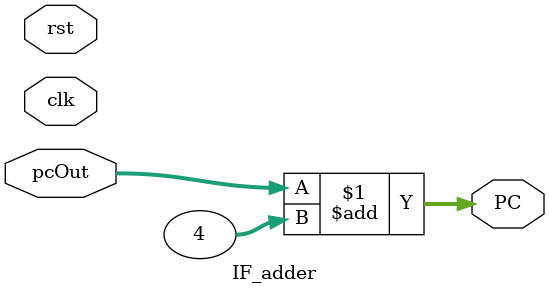
<source format=v>
module IF_adder(input clk,rst,input [31:0] pcOut,output  [31:0] PC);
    assign PC = pcOut + 32'd4;
endmodule

</source>
